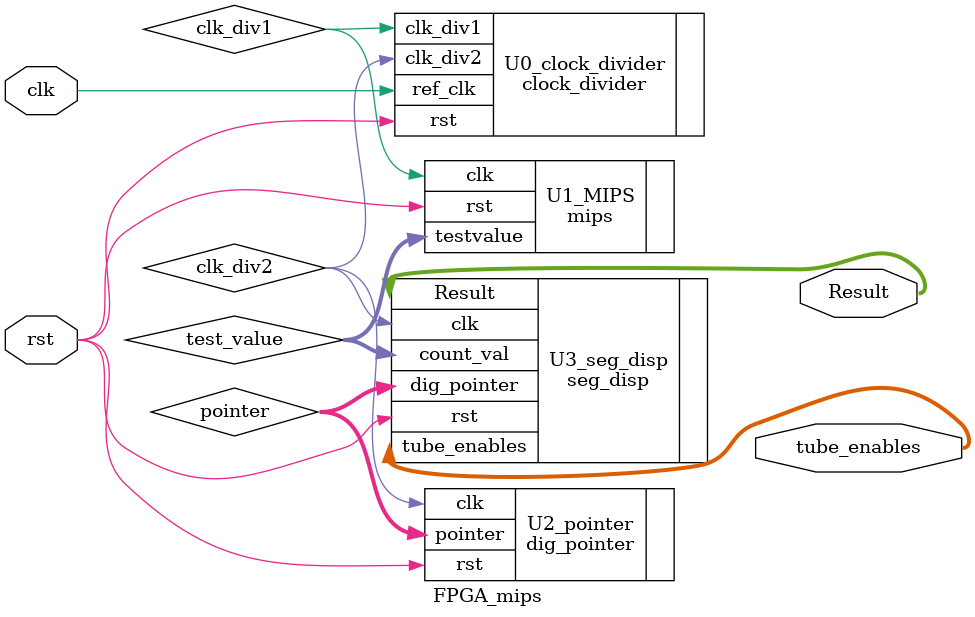
<source format=v>
module FPGA_mips (
    output    wire    [7:0]   Result,
    output    wire    [3:0]   tube_enables,
    input     wire            clk,
    input     wire            rst
);

wire  clk_div1, clk_div2;
wire  [15:0] test_value;
wire  [1:0]  pointer;


mips U1_MIPS (
    .testvalue(test_value),
    .clk(clk_div1),
    .rst(rst)
);




clock_divider U0_clock_divider (
    .clk_div1(clk_div1),
    .clk_div2(clk_div2),
    .ref_clk(clk),
    .rst(rst)
);


dig_pointer U2_pointer (
    .pointer(pointer),
    .clk(clk_div2),
    .rst(rst)
);

seg_disp U3_seg_disp (
    .Result(Result),
    .tube_enables(tube_enables),
    .count_val(test_value),
    .dig_pointer(pointer),
    .clk(clk_div2),
    .rst(rst)
);

endmodule
</source>
